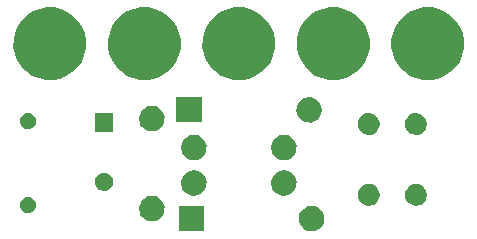
<source format=gbs>
%TF.GenerationSoftware,KiCad,Pcbnew,4.0.4+e1-6308~48~ubuntu16.04.1-stable*%
%TF.CreationDate,2016-12-29T13:26:47-08:00*%
%TF.ProjectId,USB-Breakout-with-Reset,5553422D427265616B6F75742D776974,rev?*%
%TF.FileFunction,Soldermask,Bot*%
%FSLAX46Y46*%
G04 Gerber Fmt 4.6, Leading zero omitted, Abs format (unit mm)*
G04 Created by KiCad (PCBNEW 4.0.4+e1-6308~48~ubuntu16.04.1-stable) date Thu Dec 29 13:26:47 2016*
%MOMM*%
%LPD*%
G01*
G04 APERTURE LIST*
%ADD10C,0.350000*%
G04 APERTURE END LIST*
D10*
G36*
X152272988Y-110725024D02*
X152479626Y-110767441D01*
X152674104Y-110849192D01*
X152848991Y-110967155D01*
X152997636Y-111116841D01*
X153114375Y-111292548D01*
X153194763Y-111487584D01*
X153235669Y-111694174D01*
X153235669Y-111694184D01*
X153235736Y-111694523D01*
X153232372Y-111935472D01*
X153232295Y-111935810D01*
X153232295Y-111935819D01*
X153185637Y-112141187D01*
X153099836Y-112333899D01*
X152978234Y-112506280D01*
X152825466Y-112651759D01*
X152647353Y-112764793D01*
X152450672Y-112841080D01*
X152242927Y-112877712D01*
X152032017Y-112873293D01*
X151825984Y-112827995D01*
X151632672Y-112743538D01*
X151459451Y-112623146D01*
X151312909Y-112471399D01*
X151198633Y-112294076D01*
X151120973Y-112097931D01*
X151082893Y-111890449D01*
X151085838Y-111679515D01*
X151129699Y-111473168D01*
X151212802Y-111279274D01*
X151331985Y-111105212D01*
X151482704Y-110957616D01*
X151659225Y-110842105D01*
X151854819Y-110763079D01*
X152062033Y-110723552D01*
X152272988Y-110725024D01*
X152272988Y-110725024D01*
G37*
G36*
X143075690Y-112875690D02*
X140924310Y-112875690D01*
X140924310Y-110724310D01*
X143075690Y-110724310D01*
X143075690Y-112875690D01*
X143075690Y-112875690D01*
G37*
G36*
X138748988Y-109895024D02*
X138955626Y-109937441D01*
X139150104Y-110019192D01*
X139324991Y-110137155D01*
X139473636Y-110286841D01*
X139590375Y-110462548D01*
X139670763Y-110657584D01*
X139711669Y-110864174D01*
X139711669Y-110864184D01*
X139711736Y-110864523D01*
X139708372Y-111105472D01*
X139708295Y-111105810D01*
X139708295Y-111105819D01*
X139661637Y-111311187D01*
X139575836Y-111503899D01*
X139454234Y-111676280D01*
X139301466Y-111821759D01*
X139123353Y-111934793D01*
X138926672Y-112011080D01*
X138718927Y-112047712D01*
X138508017Y-112043293D01*
X138301984Y-111997995D01*
X138108672Y-111913538D01*
X137935451Y-111793146D01*
X137788909Y-111641399D01*
X137674633Y-111464076D01*
X137596973Y-111267931D01*
X137558893Y-111060449D01*
X137561838Y-110849515D01*
X137605699Y-110643168D01*
X137688802Y-110449274D01*
X137807985Y-110275212D01*
X137958704Y-110127616D01*
X138135225Y-110012105D01*
X138330819Y-109933079D01*
X138538033Y-109893552D01*
X138748988Y-109895024D01*
X138748988Y-109895024D01*
G37*
G36*
X128221028Y-109974248D02*
X128350922Y-110000912D01*
X128473177Y-110052303D01*
X128583115Y-110126457D01*
X128676552Y-110220549D01*
X128749941Y-110331008D01*
X128800475Y-110453612D01*
X128826162Y-110583341D01*
X128826162Y-110583356D01*
X128826229Y-110583695D01*
X128824114Y-110735160D01*
X128824038Y-110735494D01*
X128824038Y-110735507D01*
X128794736Y-110864478D01*
X128740801Y-110985619D01*
X128664359Y-111093982D01*
X128568326Y-111185433D01*
X128456360Y-111256489D01*
X128332722Y-111304445D01*
X128202131Y-111327472D01*
X128069547Y-111324694D01*
X127940031Y-111296219D01*
X127818510Y-111243127D01*
X127709621Y-111167447D01*
X127617502Y-111072056D01*
X127545665Y-110960586D01*
X127496846Y-110837284D01*
X127472909Y-110706859D01*
X127474760Y-110574261D01*
X127502332Y-110444546D01*
X127554571Y-110322661D01*
X127629493Y-110213242D01*
X127724241Y-110120458D01*
X127835199Y-110047848D01*
X127958157Y-109998170D01*
X128088415Y-109973323D01*
X128221028Y-109974248D01*
X128221028Y-109974248D01*
G37*
G36*
X157097286Y-108874415D02*
X157275207Y-108910937D01*
X157442658Y-108981327D01*
X157593241Y-109082897D01*
X157721229Y-109211781D01*
X157821743Y-109363069D01*
X157890962Y-109531005D01*
X157926172Y-109708827D01*
X157926172Y-109708842D01*
X157926239Y-109709181D01*
X157923342Y-109916645D01*
X157923266Y-109916979D01*
X157923266Y-109916992D01*
X157883102Y-110093772D01*
X157809226Y-110259702D01*
X157704523Y-110408127D01*
X157572985Y-110533388D01*
X157419623Y-110630716D01*
X157250279Y-110696400D01*
X157071403Y-110727941D01*
X156889804Y-110724136D01*
X156712402Y-110685132D01*
X156545955Y-110612413D01*
X156396807Y-110508753D01*
X156270631Y-110378094D01*
X156172236Y-110225413D01*
X156105368Y-110056527D01*
X156072581Y-109877880D01*
X156075116Y-109696259D01*
X156112882Y-109518588D01*
X156184435Y-109351640D01*
X156287055Y-109201768D01*
X156416829Y-109074684D01*
X156568819Y-108975225D01*
X156737231Y-108907182D01*
X156915648Y-108873147D01*
X157097286Y-108874415D01*
X157097286Y-108874415D01*
G37*
G36*
X161097286Y-108874415D02*
X161275207Y-108910937D01*
X161442658Y-108981327D01*
X161593241Y-109082897D01*
X161721229Y-109211781D01*
X161821743Y-109363069D01*
X161890962Y-109531005D01*
X161926172Y-109708827D01*
X161926172Y-109708842D01*
X161926239Y-109709181D01*
X161923342Y-109916645D01*
X161923266Y-109916979D01*
X161923266Y-109916992D01*
X161883102Y-110093772D01*
X161809226Y-110259702D01*
X161704523Y-110408127D01*
X161572985Y-110533388D01*
X161419623Y-110630716D01*
X161250279Y-110696400D01*
X161071403Y-110727941D01*
X160889804Y-110724136D01*
X160712402Y-110685132D01*
X160545955Y-110612413D01*
X160396807Y-110508753D01*
X160270631Y-110378094D01*
X160172236Y-110225413D01*
X160105368Y-110056527D01*
X160072581Y-109877880D01*
X160075116Y-109696259D01*
X160112882Y-109518588D01*
X160184435Y-109351640D01*
X160287055Y-109201768D01*
X160416829Y-109074684D01*
X160568819Y-108975225D01*
X160737231Y-108907182D01*
X160915648Y-108873147D01*
X161097286Y-108874415D01*
X161097286Y-108874415D01*
G37*
G36*
X142304988Y-107725024D02*
X142511626Y-107767441D01*
X142706104Y-107849192D01*
X142880991Y-107967155D01*
X143029636Y-108116841D01*
X143146375Y-108292548D01*
X143226763Y-108487584D01*
X143267669Y-108694174D01*
X143267669Y-108694184D01*
X143267736Y-108694523D01*
X143264372Y-108935472D01*
X143264295Y-108935810D01*
X143264295Y-108935819D01*
X143217637Y-109141187D01*
X143131836Y-109333899D01*
X143010234Y-109506280D01*
X142857466Y-109651759D01*
X142679353Y-109764793D01*
X142482672Y-109841080D01*
X142274927Y-109877712D01*
X142064017Y-109873293D01*
X141857984Y-109827995D01*
X141664672Y-109743538D01*
X141491451Y-109623146D01*
X141344909Y-109471399D01*
X141230633Y-109294076D01*
X141152973Y-109097931D01*
X141114893Y-108890449D01*
X141117838Y-108679515D01*
X141161699Y-108473168D01*
X141244802Y-108279274D01*
X141363985Y-108105212D01*
X141514704Y-107957616D01*
X141691225Y-107842105D01*
X141886819Y-107763079D01*
X142094033Y-107723552D01*
X142304988Y-107725024D01*
X142304988Y-107725024D01*
G37*
G36*
X149924988Y-107725024D02*
X150131626Y-107767441D01*
X150326104Y-107849192D01*
X150500991Y-107967155D01*
X150649636Y-108116841D01*
X150766375Y-108292548D01*
X150846763Y-108487584D01*
X150887669Y-108694174D01*
X150887669Y-108694184D01*
X150887736Y-108694523D01*
X150884372Y-108935472D01*
X150884295Y-108935810D01*
X150884295Y-108935819D01*
X150837637Y-109141187D01*
X150751836Y-109333899D01*
X150630234Y-109506280D01*
X150477466Y-109651759D01*
X150299353Y-109764793D01*
X150102672Y-109841080D01*
X149894927Y-109877712D01*
X149684017Y-109873293D01*
X149477984Y-109827995D01*
X149284672Y-109743538D01*
X149111451Y-109623146D01*
X148964909Y-109471399D01*
X148850633Y-109294076D01*
X148772973Y-109097931D01*
X148734893Y-108890449D01*
X148737838Y-108679515D01*
X148781699Y-108473168D01*
X148864802Y-108279274D01*
X148983985Y-108105212D01*
X149134704Y-107957616D01*
X149311225Y-107842105D01*
X149506819Y-107763079D01*
X149714033Y-107723552D01*
X149924988Y-107725024D01*
X149924988Y-107725024D01*
G37*
G36*
X134653531Y-107908315D02*
X134802636Y-107938923D01*
X134942969Y-107997913D01*
X135069162Y-108083032D01*
X135176424Y-108191044D01*
X135260662Y-108317834D01*
X135318667Y-108458565D01*
X135346090Y-108597060D01*
X135348234Y-108607890D01*
X135345806Y-108781754D01*
X135345728Y-108782097D01*
X135345728Y-108782101D01*
X135312082Y-108930196D01*
X135250170Y-109069252D01*
X135162424Y-109193640D01*
X135052189Y-109298615D01*
X134923664Y-109380180D01*
X134781746Y-109435226D01*
X134631840Y-109461659D01*
X134479649Y-109458470D01*
X134330980Y-109425784D01*
X134191488Y-109364841D01*
X134066496Y-109277969D01*
X133960754Y-109168470D01*
X133878294Y-109040517D01*
X133822256Y-108898982D01*
X133794778Y-108749266D01*
X133796903Y-108597060D01*
X133828553Y-108448163D01*
X133888517Y-108308253D01*
X133974518Y-108182653D01*
X134083275Y-108076150D01*
X134210650Y-107992799D01*
X134351787Y-107935775D01*
X134501308Y-107907253D01*
X134653531Y-107908315D01*
X134653531Y-107908315D01*
G37*
G36*
X142304988Y-104725024D02*
X142511626Y-104767441D01*
X142706104Y-104849192D01*
X142880991Y-104967155D01*
X143029636Y-105116841D01*
X143146375Y-105292548D01*
X143226763Y-105487584D01*
X143267669Y-105694174D01*
X143267669Y-105694184D01*
X143267736Y-105694523D01*
X143264372Y-105935472D01*
X143264295Y-105935810D01*
X143264295Y-105935819D01*
X143217637Y-106141187D01*
X143131836Y-106333899D01*
X143010234Y-106506280D01*
X142857466Y-106651759D01*
X142679353Y-106764793D01*
X142482672Y-106841080D01*
X142274927Y-106877712D01*
X142064017Y-106873293D01*
X141857984Y-106827995D01*
X141664672Y-106743538D01*
X141491451Y-106623146D01*
X141344909Y-106471399D01*
X141230633Y-106294076D01*
X141152973Y-106097931D01*
X141114893Y-105890449D01*
X141117838Y-105679515D01*
X141161699Y-105473168D01*
X141244802Y-105279274D01*
X141363985Y-105105212D01*
X141514704Y-104957616D01*
X141691225Y-104842105D01*
X141886819Y-104763079D01*
X142094033Y-104723552D01*
X142304988Y-104725024D01*
X142304988Y-104725024D01*
G37*
G36*
X149924988Y-104725024D02*
X150131626Y-104767441D01*
X150326104Y-104849192D01*
X150500991Y-104967155D01*
X150649636Y-105116841D01*
X150766375Y-105292548D01*
X150846763Y-105487584D01*
X150887669Y-105694174D01*
X150887669Y-105694184D01*
X150887736Y-105694523D01*
X150884372Y-105935472D01*
X150884295Y-105935810D01*
X150884295Y-105935819D01*
X150837637Y-106141187D01*
X150751836Y-106333899D01*
X150630234Y-106506280D01*
X150477466Y-106651759D01*
X150299353Y-106764793D01*
X150102672Y-106841080D01*
X149894927Y-106877712D01*
X149684017Y-106873293D01*
X149477984Y-106827995D01*
X149284672Y-106743538D01*
X149111451Y-106623146D01*
X148964909Y-106471399D01*
X148850633Y-106294076D01*
X148772973Y-106097931D01*
X148734893Y-105890449D01*
X148737838Y-105679515D01*
X148781699Y-105473168D01*
X148864802Y-105279274D01*
X148983985Y-105105212D01*
X149134704Y-104957616D01*
X149311225Y-104842105D01*
X149506819Y-104763079D01*
X149714033Y-104723552D01*
X149924988Y-104725024D01*
X149924988Y-104725024D01*
G37*
G36*
X157097286Y-102874415D02*
X157275207Y-102910937D01*
X157442658Y-102981327D01*
X157593241Y-103082897D01*
X157721229Y-103211781D01*
X157821743Y-103363069D01*
X157890962Y-103531005D01*
X157926172Y-103708827D01*
X157926172Y-103708842D01*
X157926239Y-103709181D01*
X157923342Y-103916645D01*
X157923266Y-103916979D01*
X157923266Y-103916992D01*
X157883102Y-104093772D01*
X157809226Y-104259702D01*
X157704523Y-104408127D01*
X157572985Y-104533388D01*
X157419623Y-104630716D01*
X157250279Y-104696400D01*
X157071403Y-104727941D01*
X156889804Y-104724136D01*
X156712402Y-104685132D01*
X156545955Y-104612413D01*
X156396807Y-104508753D01*
X156270631Y-104378094D01*
X156172236Y-104225413D01*
X156105368Y-104056527D01*
X156072581Y-103877880D01*
X156075116Y-103696259D01*
X156112882Y-103518588D01*
X156184435Y-103351640D01*
X156287055Y-103201768D01*
X156416829Y-103074684D01*
X156568819Y-102975225D01*
X156737231Y-102907182D01*
X156915648Y-102873147D01*
X157097286Y-102874415D01*
X157097286Y-102874415D01*
G37*
G36*
X161097286Y-102874415D02*
X161275207Y-102910937D01*
X161442658Y-102981327D01*
X161593241Y-103082897D01*
X161721229Y-103211781D01*
X161821743Y-103363069D01*
X161890962Y-103531005D01*
X161926172Y-103708827D01*
X161926172Y-103708842D01*
X161926239Y-103709181D01*
X161923342Y-103916645D01*
X161923266Y-103916979D01*
X161923266Y-103916992D01*
X161883102Y-104093772D01*
X161809226Y-104259702D01*
X161704523Y-104408127D01*
X161572985Y-104533388D01*
X161419623Y-104630716D01*
X161250279Y-104696400D01*
X161071403Y-104727941D01*
X160889804Y-104724136D01*
X160712402Y-104685132D01*
X160545955Y-104612413D01*
X160396807Y-104508753D01*
X160270631Y-104378094D01*
X160172236Y-104225413D01*
X160105368Y-104056527D01*
X160072581Y-103877880D01*
X160075116Y-103696259D01*
X160112882Y-103518588D01*
X160184435Y-103351640D01*
X160287055Y-103201768D01*
X160416829Y-103074684D01*
X160568819Y-102975225D01*
X160737231Y-102907182D01*
X160915648Y-102873147D01*
X161097286Y-102874415D01*
X161097286Y-102874415D01*
G37*
G36*
X135348200Y-104460200D02*
X133795800Y-104460200D01*
X133795800Y-102907800D01*
X135348200Y-102907800D01*
X135348200Y-104460200D01*
X135348200Y-104460200D01*
G37*
G36*
X138748988Y-102275024D02*
X138955626Y-102317441D01*
X139150104Y-102399192D01*
X139324991Y-102517155D01*
X139473636Y-102666841D01*
X139590375Y-102842548D01*
X139670763Y-103037584D01*
X139711669Y-103244174D01*
X139711669Y-103244184D01*
X139711736Y-103244523D01*
X139708372Y-103485472D01*
X139708295Y-103485810D01*
X139708295Y-103485819D01*
X139661637Y-103691187D01*
X139575836Y-103883899D01*
X139454234Y-104056280D01*
X139301466Y-104201759D01*
X139123353Y-104314793D01*
X138926672Y-104391080D01*
X138718927Y-104427712D01*
X138508017Y-104423293D01*
X138301984Y-104377995D01*
X138108672Y-104293538D01*
X137935451Y-104173146D01*
X137788909Y-104021399D01*
X137674633Y-103844076D01*
X137596973Y-103647931D01*
X137558893Y-103440449D01*
X137561838Y-103229515D01*
X137605699Y-103023168D01*
X137688802Y-102829274D01*
X137807985Y-102655212D01*
X137958704Y-102507616D01*
X138135225Y-102392105D01*
X138330819Y-102313079D01*
X138538033Y-102273552D01*
X138748988Y-102275024D01*
X138748988Y-102275024D01*
G37*
G36*
X128221028Y-102874248D02*
X128350922Y-102900912D01*
X128473177Y-102952303D01*
X128583115Y-103026457D01*
X128676552Y-103120549D01*
X128749941Y-103231008D01*
X128800475Y-103353612D01*
X128826162Y-103483341D01*
X128826162Y-103483356D01*
X128826229Y-103483695D01*
X128824114Y-103635160D01*
X128824038Y-103635494D01*
X128824038Y-103635507D01*
X128794736Y-103764478D01*
X128740801Y-103885619D01*
X128664359Y-103993982D01*
X128568326Y-104085433D01*
X128456360Y-104156489D01*
X128332722Y-104204445D01*
X128202131Y-104227472D01*
X128069547Y-104224694D01*
X127940031Y-104196219D01*
X127818510Y-104143127D01*
X127709621Y-104067447D01*
X127617502Y-103972056D01*
X127545665Y-103860586D01*
X127496846Y-103737284D01*
X127472909Y-103606859D01*
X127474760Y-103474261D01*
X127502332Y-103344546D01*
X127554571Y-103222661D01*
X127629493Y-103113242D01*
X127724241Y-103020458D01*
X127835199Y-102947848D01*
X127958157Y-102898170D01*
X128088415Y-102873323D01*
X128221028Y-102874248D01*
X128221028Y-102874248D01*
G37*
G36*
X152072988Y-101519944D02*
X152279626Y-101562361D01*
X152474104Y-101644112D01*
X152648991Y-101762075D01*
X152797636Y-101911761D01*
X152914375Y-102087468D01*
X152994763Y-102282504D01*
X153035669Y-102489094D01*
X153035669Y-102489104D01*
X153035736Y-102489443D01*
X153032372Y-102730392D01*
X153032295Y-102730730D01*
X153032295Y-102730739D01*
X152985637Y-102936107D01*
X152899836Y-103128819D01*
X152778234Y-103301200D01*
X152625466Y-103446679D01*
X152447353Y-103559713D01*
X152250672Y-103636000D01*
X152042927Y-103672632D01*
X151832017Y-103668213D01*
X151625984Y-103622915D01*
X151432672Y-103538458D01*
X151259451Y-103418066D01*
X151112909Y-103266319D01*
X150998633Y-103088996D01*
X150920973Y-102892851D01*
X150882893Y-102685369D01*
X150885838Y-102474435D01*
X150929699Y-102268088D01*
X151012802Y-102074194D01*
X151131985Y-101900132D01*
X151282704Y-101752536D01*
X151459225Y-101637025D01*
X151654819Y-101557999D01*
X151862033Y-101518472D01*
X152072988Y-101519944D01*
X152072988Y-101519944D01*
G37*
G36*
X142875690Y-103670610D02*
X140724310Y-103670610D01*
X140724310Y-101519230D01*
X142875690Y-101519230D01*
X142875690Y-103670610D01*
X142875690Y-103670610D01*
G37*
G36*
X138323110Y-93925847D02*
X138914055Y-94047151D01*
X139470198Y-94280932D01*
X139970334Y-94618278D01*
X140395421Y-95046343D01*
X140729266Y-95548821D01*
X140959156Y-96106576D01*
X141076264Y-96698014D01*
X141076264Y-96698024D01*
X141076331Y-96698363D01*
X141066710Y-97387416D01*
X141066633Y-97387754D01*
X141066633Y-97387762D01*
X140933057Y-97975701D01*
X140687685Y-98526816D01*
X140339937Y-99019778D01*
X139903062Y-99435809D01*
X139393700Y-99759061D01*
X138831254Y-99977219D01*
X138237147Y-100081976D01*
X137634003Y-100069342D01*
X137044800Y-99939797D01*
X136491982Y-99698277D01*
X135996607Y-99353982D01*
X135577537Y-98920023D01*
X135250738Y-98412930D01*
X135028656Y-97852014D01*
X134919755Y-97258658D01*
X134928177Y-96655441D01*
X135053606Y-96065347D01*
X135291259Y-95510858D01*
X135632091Y-95013088D01*
X136063112Y-94591000D01*
X136567913Y-94260668D01*
X137127259Y-94034677D01*
X137719845Y-93921636D01*
X138323110Y-93925847D01*
X138323110Y-93925847D01*
G37*
G36*
X146323110Y-93925847D02*
X146914055Y-94047151D01*
X147470198Y-94280932D01*
X147970334Y-94618278D01*
X148395421Y-95046343D01*
X148729266Y-95548821D01*
X148959156Y-96106576D01*
X149076264Y-96698014D01*
X149076264Y-96698024D01*
X149076331Y-96698363D01*
X149066710Y-97387416D01*
X149066633Y-97387754D01*
X149066633Y-97387762D01*
X148933057Y-97975701D01*
X148687685Y-98526816D01*
X148339937Y-99019778D01*
X147903062Y-99435809D01*
X147393700Y-99759061D01*
X146831254Y-99977219D01*
X146237147Y-100081976D01*
X145634003Y-100069342D01*
X145044800Y-99939797D01*
X144491982Y-99698277D01*
X143996607Y-99353982D01*
X143577537Y-98920023D01*
X143250738Y-98412930D01*
X143028656Y-97852014D01*
X142919755Y-97258658D01*
X142928177Y-96655441D01*
X143053606Y-96065347D01*
X143291259Y-95510858D01*
X143632091Y-95013088D01*
X144063112Y-94591000D01*
X144567913Y-94260668D01*
X145127259Y-94034677D01*
X145719845Y-93921636D01*
X146323110Y-93925847D01*
X146323110Y-93925847D01*
G37*
G36*
X154323110Y-93925847D02*
X154914055Y-94047151D01*
X155470198Y-94280932D01*
X155970334Y-94618278D01*
X156395421Y-95046343D01*
X156729266Y-95548821D01*
X156959156Y-96106576D01*
X157076264Y-96698014D01*
X157076264Y-96698024D01*
X157076331Y-96698363D01*
X157066710Y-97387416D01*
X157066633Y-97387754D01*
X157066633Y-97387762D01*
X156933057Y-97975701D01*
X156687685Y-98526816D01*
X156339937Y-99019778D01*
X155903062Y-99435809D01*
X155393700Y-99759061D01*
X154831254Y-99977219D01*
X154237147Y-100081976D01*
X153634003Y-100069342D01*
X153044800Y-99939797D01*
X152491982Y-99698277D01*
X151996607Y-99353982D01*
X151577537Y-98920023D01*
X151250738Y-98412930D01*
X151028656Y-97852014D01*
X150919755Y-97258658D01*
X150928177Y-96655441D01*
X151053606Y-96065347D01*
X151291259Y-95510858D01*
X151632091Y-95013088D01*
X152063112Y-94591000D01*
X152567913Y-94260668D01*
X153127259Y-94034677D01*
X153719845Y-93921636D01*
X154323110Y-93925847D01*
X154323110Y-93925847D01*
G37*
G36*
X162323110Y-93925847D02*
X162914055Y-94047151D01*
X163470198Y-94280932D01*
X163970334Y-94618278D01*
X164395421Y-95046343D01*
X164729266Y-95548821D01*
X164959156Y-96106576D01*
X165076264Y-96698014D01*
X165076264Y-96698024D01*
X165076331Y-96698363D01*
X165066710Y-97387416D01*
X165066633Y-97387754D01*
X165066633Y-97387762D01*
X164933057Y-97975701D01*
X164687685Y-98526816D01*
X164339937Y-99019778D01*
X163903062Y-99435809D01*
X163393700Y-99759061D01*
X162831254Y-99977219D01*
X162237147Y-100081976D01*
X161634003Y-100069342D01*
X161044800Y-99939797D01*
X160491982Y-99698277D01*
X159996607Y-99353982D01*
X159577537Y-98920023D01*
X159250738Y-98412930D01*
X159028656Y-97852014D01*
X158919755Y-97258658D01*
X158928177Y-96655441D01*
X159053606Y-96065347D01*
X159291259Y-95510858D01*
X159632091Y-95013088D01*
X160063112Y-94591000D01*
X160567913Y-94260668D01*
X161127259Y-94034677D01*
X161719845Y-93921636D01*
X162323110Y-93925847D01*
X162323110Y-93925847D01*
G37*
G36*
X130323110Y-93925847D02*
X130914055Y-94047151D01*
X131470198Y-94280932D01*
X131970334Y-94618278D01*
X132395421Y-95046343D01*
X132729266Y-95548821D01*
X132959156Y-96106576D01*
X133076264Y-96698014D01*
X133076264Y-96698024D01*
X133076331Y-96698363D01*
X133066710Y-97387416D01*
X133066633Y-97387754D01*
X133066633Y-97387762D01*
X132933057Y-97975701D01*
X132687685Y-98526816D01*
X132339937Y-99019778D01*
X131903062Y-99435809D01*
X131393700Y-99759061D01*
X130831254Y-99977219D01*
X130237147Y-100081976D01*
X129634003Y-100069342D01*
X129044800Y-99939797D01*
X128491982Y-99698277D01*
X127996607Y-99353982D01*
X127577537Y-98920023D01*
X127250738Y-98412930D01*
X127028656Y-97852014D01*
X126919755Y-97258658D01*
X126928177Y-96655441D01*
X127053606Y-96065347D01*
X127291259Y-95510858D01*
X127632091Y-95013088D01*
X128063112Y-94591000D01*
X128567913Y-94260668D01*
X129127259Y-94034677D01*
X129719845Y-93921636D01*
X130323110Y-93925847D01*
X130323110Y-93925847D01*
G37*
M02*

</source>
